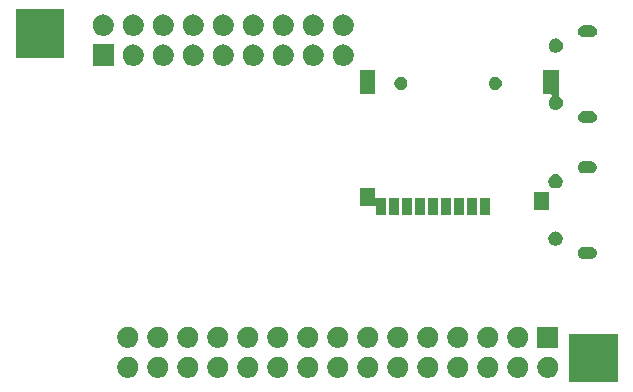
<source format=gbr>
G04 #@! TF.GenerationSoftware,KiCad,Pcbnew,(5.1.5)-3*
G04 #@! TF.CreationDate,2020-02-11T21:27:28+08:00*
G04 #@! TF.ProjectId,F1C200S_KIT,46314332-3030-4535-9f4b-49542e6b6963,V1.0*
G04 #@! TF.SameCoordinates,Original*
G04 #@! TF.FileFunction,Soldermask,Bot*
G04 #@! TF.FilePolarity,Negative*
%FSLAX46Y46*%
G04 Gerber Fmt 4.6, Leading zero omitted, Abs format (unit mm)*
G04 Created by KiCad (PCBNEW (5.1.5)-3) date 2020-02-11 21:27:28*
%MOMM*%
%LPD*%
G04 APERTURE LIST*
%ADD10C,0.100000*%
G04 APERTURE END LIST*
D10*
G36*
X191509600Y-132073600D02*
G01*
X187407600Y-132073600D01*
X187407600Y-127971600D01*
X191509600Y-127971600D01*
X191509600Y-132073600D01*
G37*
G36*
X162828512Y-129918927D02*
G01*
X162977812Y-129948624D01*
X163141784Y-130016544D01*
X163289354Y-130115147D01*
X163414853Y-130240646D01*
X163513456Y-130388216D01*
X163581376Y-130552188D01*
X163616000Y-130726259D01*
X163616000Y-130903741D01*
X163581376Y-131077812D01*
X163513456Y-131241784D01*
X163414853Y-131389354D01*
X163289354Y-131514853D01*
X163141784Y-131613456D01*
X162977812Y-131681376D01*
X162828512Y-131711073D01*
X162803742Y-131716000D01*
X162626258Y-131716000D01*
X162601488Y-131711073D01*
X162452188Y-131681376D01*
X162288216Y-131613456D01*
X162140646Y-131514853D01*
X162015147Y-131389354D01*
X161916544Y-131241784D01*
X161848624Y-131077812D01*
X161814000Y-130903741D01*
X161814000Y-130726259D01*
X161848624Y-130552188D01*
X161916544Y-130388216D01*
X162015147Y-130240646D01*
X162140646Y-130115147D01*
X162288216Y-130016544D01*
X162452188Y-129948624D01*
X162601488Y-129918927D01*
X162626258Y-129914000D01*
X162803742Y-129914000D01*
X162828512Y-129918927D01*
G37*
G36*
X170448512Y-129918927D02*
G01*
X170597812Y-129948624D01*
X170761784Y-130016544D01*
X170909354Y-130115147D01*
X171034853Y-130240646D01*
X171133456Y-130388216D01*
X171201376Y-130552188D01*
X171236000Y-130726259D01*
X171236000Y-130903741D01*
X171201376Y-131077812D01*
X171133456Y-131241784D01*
X171034853Y-131389354D01*
X170909354Y-131514853D01*
X170761784Y-131613456D01*
X170597812Y-131681376D01*
X170448512Y-131711073D01*
X170423742Y-131716000D01*
X170246258Y-131716000D01*
X170221488Y-131711073D01*
X170072188Y-131681376D01*
X169908216Y-131613456D01*
X169760646Y-131514853D01*
X169635147Y-131389354D01*
X169536544Y-131241784D01*
X169468624Y-131077812D01*
X169434000Y-130903741D01*
X169434000Y-130726259D01*
X169468624Y-130552188D01*
X169536544Y-130388216D01*
X169635147Y-130240646D01*
X169760646Y-130115147D01*
X169908216Y-130016544D01*
X170072188Y-129948624D01*
X170221488Y-129918927D01*
X170246258Y-129914000D01*
X170423742Y-129914000D01*
X170448512Y-129918927D01*
G37*
G36*
X150128512Y-129918927D02*
G01*
X150277812Y-129948624D01*
X150441784Y-130016544D01*
X150589354Y-130115147D01*
X150714853Y-130240646D01*
X150813456Y-130388216D01*
X150881376Y-130552188D01*
X150916000Y-130726259D01*
X150916000Y-130903741D01*
X150881376Y-131077812D01*
X150813456Y-131241784D01*
X150714853Y-131389354D01*
X150589354Y-131514853D01*
X150441784Y-131613456D01*
X150277812Y-131681376D01*
X150128512Y-131711073D01*
X150103742Y-131716000D01*
X149926258Y-131716000D01*
X149901488Y-131711073D01*
X149752188Y-131681376D01*
X149588216Y-131613456D01*
X149440646Y-131514853D01*
X149315147Y-131389354D01*
X149216544Y-131241784D01*
X149148624Y-131077812D01*
X149114000Y-130903741D01*
X149114000Y-130726259D01*
X149148624Y-130552188D01*
X149216544Y-130388216D01*
X149315147Y-130240646D01*
X149440646Y-130115147D01*
X149588216Y-130016544D01*
X149752188Y-129948624D01*
X149901488Y-129918927D01*
X149926258Y-129914000D01*
X150103742Y-129914000D01*
X150128512Y-129918927D01*
G37*
G36*
X152668512Y-129918927D02*
G01*
X152817812Y-129948624D01*
X152981784Y-130016544D01*
X153129354Y-130115147D01*
X153254853Y-130240646D01*
X153353456Y-130388216D01*
X153421376Y-130552188D01*
X153456000Y-130726259D01*
X153456000Y-130903741D01*
X153421376Y-131077812D01*
X153353456Y-131241784D01*
X153254853Y-131389354D01*
X153129354Y-131514853D01*
X152981784Y-131613456D01*
X152817812Y-131681376D01*
X152668512Y-131711073D01*
X152643742Y-131716000D01*
X152466258Y-131716000D01*
X152441488Y-131711073D01*
X152292188Y-131681376D01*
X152128216Y-131613456D01*
X151980646Y-131514853D01*
X151855147Y-131389354D01*
X151756544Y-131241784D01*
X151688624Y-131077812D01*
X151654000Y-130903741D01*
X151654000Y-130726259D01*
X151688624Y-130552188D01*
X151756544Y-130388216D01*
X151855147Y-130240646D01*
X151980646Y-130115147D01*
X152128216Y-130016544D01*
X152292188Y-129948624D01*
X152441488Y-129918927D01*
X152466258Y-129914000D01*
X152643742Y-129914000D01*
X152668512Y-129918927D01*
G37*
G36*
X155208512Y-129918927D02*
G01*
X155357812Y-129948624D01*
X155521784Y-130016544D01*
X155669354Y-130115147D01*
X155794853Y-130240646D01*
X155893456Y-130388216D01*
X155961376Y-130552188D01*
X155996000Y-130726259D01*
X155996000Y-130903741D01*
X155961376Y-131077812D01*
X155893456Y-131241784D01*
X155794853Y-131389354D01*
X155669354Y-131514853D01*
X155521784Y-131613456D01*
X155357812Y-131681376D01*
X155208512Y-131711073D01*
X155183742Y-131716000D01*
X155006258Y-131716000D01*
X154981488Y-131711073D01*
X154832188Y-131681376D01*
X154668216Y-131613456D01*
X154520646Y-131514853D01*
X154395147Y-131389354D01*
X154296544Y-131241784D01*
X154228624Y-131077812D01*
X154194000Y-130903741D01*
X154194000Y-130726259D01*
X154228624Y-130552188D01*
X154296544Y-130388216D01*
X154395147Y-130240646D01*
X154520646Y-130115147D01*
X154668216Y-130016544D01*
X154832188Y-129948624D01*
X154981488Y-129918927D01*
X155006258Y-129914000D01*
X155183742Y-129914000D01*
X155208512Y-129918927D01*
G37*
G36*
X157748512Y-129918927D02*
G01*
X157897812Y-129948624D01*
X158061784Y-130016544D01*
X158209354Y-130115147D01*
X158334853Y-130240646D01*
X158433456Y-130388216D01*
X158501376Y-130552188D01*
X158536000Y-130726259D01*
X158536000Y-130903741D01*
X158501376Y-131077812D01*
X158433456Y-131241784D01*
X158334853Y-131389354D01*
X158209354Y-131514853D01*
X158061784Y-131613456D01*
X157897812Y-131681376D01*
X157748512Y-131711073D01*
X157723742Y-131716000D01*
X157546258Y-131716000D01*
X157521488Y-131711073D01*
X157372188Y-131681376D01*
X157208216Y-131613456D01*
X157060646Y-131514853D01*
X156935147Y-131389354D01*
X156836544Y-131241784D01*
X156768624Y-131077812D01*
X156734000Y-130903741D01*
X156734000Y-130726259D01*
X156768624Y-130552188D01*
X156836544Y-130388216D01*
X156935147Y-130240646D01*
X157060646Y-130115147D01*
X157208216Y-130016544D01*
X157372188Y-129948624D01*
X157521488Y-129918927D01*
X157546258Y-129914000D01*
X157723742Y-129914000D01*
X157748512Y-129918927D01*
G37*
G36*
X160288512Y-129918927D02*
G01*
X160437812Y-129948624D01*
X160601784Y-130016544D01*
X160749354Y-130115147D01*
X160874853Y-130240646D01*
X160973456Y-130388216D01*
X161041376Y-130552188D01*
X161076000Y-130726259D01*
X161076000Y-130903741D01*
X161041376Y-131077812D01*
X160973456Y-131241784D01*
X160874853Y-131389354D01*
X160749354Y-131514853D01*
X160601784Y-131613456D01*
X160437812Y-131681376D01*
X160288512Y-131711073D01*
X160263742Y-131716000D01*
X160086258Y-131716000D01*
X160061488Y-131711073D01*
X159912188Y-131681376D01*
X159748216Y-131613456D01*
X159600646Y-131514853D01*
X159475147Y-131389354D01*
X159376544Y-131241784D01*
X159308624Y-131077812D01*
X159274000Y-130903741D01*
X159274000Y-130726259D01*
X159308624Y-130552188D01*
X159376544Y-130388216D01*
X159475147Y-130240646D01*
X159600646Y-130115147D01*
X159748216Y-130016544D01*
X159912188Y-129948624D01*
X160061488Y-129918927D01*
X160086258Y-129914000D01*
X160263742Y-129914000D01*
X160288512Y-129918927D01*
G37*
G36*
X165368512Y-129918927D02*
G01*
X165517812Y-129948624D01*
X165681784Y-130016544D01*
X165829354Y-130115147D01*
X165954853Y-130240646D01*
X166053456Y-130388216D01*
X166121376Y-130552188D01*
X166156000Y-130726259D01*
X166156000Y-130903741D01*
X166121376Y-131077812D01*
X166053456Y-131241784D01*
X165954853Y-131389354D01*
X165829354Y-131514853D01*
X165681784Y-131613456D01*
X165517812Y-131681376D01*
X165368512Y-131711073D01*
X165343742Y-131716000D01*
X165166258Y-131716000D01*
X165141488Y-131711073D01*
X164992188Y-131681376D01*
X164828216Y-131613456D01*
X164680646Y-131514853D01*
X164555147Y-131389354D01*
X164456544Y-131241784D01*
X164388624Y-131077812D01*
X164354000Y-130903741D01*
X164354000Y-130726259D01*
X164388624Y-130552188D01*
X164456544Y-130388216D01*
X164555147Y-130240646D01*
X164680646Y-130115147D01*
X164828216Y-130016544D01*
X164992188Y-129948624D01*
X165141488Y-129918927D01*
X165166258Y-129914000D01*
X165343742Y-129914000D01*
X165368512Y-129918927D01*
G37*
G36*
X167908512Y-129918927D02*
G01*
X168057812Y-129948624D01*
X168221784Y-130016544D01*
X168369354Y-130115147D01*
X168494853Y-130240646D01*
X168593456Y-130388216D01*
X168661376Y-130552188D01*
X168696000Y-130726259D01*
X168696000Y-130903741D01*
X168661376Y-131077812D01*
X168593456Y-131241784D01*
X168494853Y-131389354D01*
X168369354Y-131514853D01*
X168221784Y-131613456D01*
X168057812Y-131681376D01*
X167908512Y-131711073D01*
X167883742Y-131716000D01*
X167706258Y-131716000D01*
X167681488Y-131711073D01*
X167532188Y-131681376D01*
X167368216Y-131613456D01*
X167220646Y-131514853D01*
X167095147Y-131389354D01*
X166996544Y-131241784D01*
X166928624Y-131077812D01*
X166894000Y-130903741D01*
X166894000Y-130726259D01*
X166928624Y-130552188D01*
X166996544Y-130388216D01*
X167095147Y-130240646D01*
X167220646Y-130115147D01*
X167368216Y-130016544D01*
X167532188Y-129948624D01*
X167681488Y-129918927D01*
X167706258Y-129914000D01*
X167883742Y-129914000D01*
X167908512Y-129918927D01*
G37*
G36*
X185688512Y-129918927D02*
G01*
X185837812Y-129948624D01*
X186001784Y-130016544D01*
X186149354Y-130115147D01*
X186274853Y-130240646D01*
X186373456Y-130388216D01*
X186441376Y-130552188D01*
X186476000Y-130726259D01*
X186476000Y-130903741D01*
X186441376Y-131077812D01*
X186373456Y-131241784D01*
X186274853Y-131389354D01*
X186149354Y-131514853D01*
X186001784Y-131613456D01*
X185837812Y-131681376D01*
X185688512Y-131711073D01*
X185663742Y-131716000D01*
X185486258Y-131716000D01*
X185461488Y-131711073D01*
X185312188Y-131681376D01*
X185148216Y-131613456D01*
X185000646Y-131514853D01*
X184875147Y-131389354D01*
X184776544Y-131241784D01*
X184708624Y-131077812D01*
X184674000Y-130903741D01*
X184674000Y-130726259D01*
X184708624Y-130552188D01*
X184776544Y-130388216D01*
X184875147Y-130240646D01*
X185000646Y-130115147D01*
X185148216Y-130016544D01*
X185312188Y-129948624D01*
X185461488Y-129918927D01*
X185486258Y-129914000D01*
X185663742Y-129914000D01*
X185688512Y-129918927D01*
G37*
G36*
X183148512Y-129918927D02*
G01*
X183297812Y-129948624D01*
X183461784Y-130016544D01*
X183609354Y-130115147D01*
X183734853Y-130240646D01*
X183833456Y-130388216D01*
X183901376Y-130552188D01*
X183936000Y-130726259D01*
X183936000Y-130903741D01*
X183901376Y-131077812D01*
X183833456Y-131241784D01*
X183734853Y-131389354D01*
X183609354Y-131514853D01*
X183461784Y-131613456D01*
X183297812Y-131681376D01*
X183148512Y-131711073D01*
X183123742Y-131716000D01*
X182946258Y-131716000D01*
X182921488Y-131711073D01*
X182772188Y-131681376D01*
X182608216Y-131613456D01*
X182460646Y-131514853D01*
X182335147Y-131389354D01*
X182236544Y-131241784D01*
X182168624Y-131077812D01*
X182134000Y-130903741D01*
X182134000Y-130726259D01*
X182168624Y-130552188D01*
X182236544Y-130388216D01*
X182335147Y-130240646D01*
X182460646Y-130115147D01*
X182608216Y-130016544D01*
X182772188Y-129948624D01*
X182921488Y-129918927D01*
X182946258Y-129914000D01*
X183123742Y-129914000D01*
X183148512Y-129918927D01*
G37*
G36*
X180608512Y-129918927D02*
G01*
X180757812Y-129948624D01*
X180921784Y-130016544D01*
X181069354Y-130115147D01*
X181194853Y-130240646D01*
X181293456Y-130388216D01*
X181361376Y-130552188D01*
X181396000Y-130726259D01*
X181396000Y-130903741D01*
X181361376Y-131077812D01*
X181293456Y-131241784D01*
X181194853Y-131389354D01*
X181069354Y-131514853D01*
X180921784Y-131613456D01*
X180757812Y-131681376D01*
X180608512Y-131711073D01*
X180583742Y-131716000D01*
X180406258Y-131716000D01*
X180381488Y-131711073D01*
X180232188Y-131681376D01*
X180068216Y-131613456D01*
X179920646Y-131514853D01*
X179795147Y-131389354D01*
X179696544Y-131241784D01*
X179628624Y-131077812D01*
X179594000Y-130903741D01*
X179594000Y-130726259D01*
X179628624Y-130552188D01*
X179696544Y-130388216D01*
X179795147Y-130240646D01*
X179920646Y-130115147D01*
X180068216Y-130016544D01*
X180232188Y-129948624D01*
X180381488Y-129918927D01*
X180406258Y-129914000D01*
X180583742Y-129914000D01*
X180608512Y-129918927D01*
G37*
G36*
X178068512Y-129918927D02*
G01*
X178217812Y-129948624D01*
X178381784Y-130016544D01*
X178529354Y-130115147D01*
X178654853Y-130240646D01*
X178753456Y-130388216D01*
X178821376Y-130552188D01*
X178856000Y-130726259D01*
X178856000Y-130903741D01*
X178821376Y-131077812D01*
X178753456Y-131241784D01*
X178654853Y-131389354D01*
X178529354Y-131514853D01*
X178381784Y-131613456D01*
X178217812Y-131681376D01*
X178068512Y-131711073D01*
X178043742Y-131716000D01*
X177866258Y-131716000D01*
X177841488Y-131711073D01*
X177692188Y-131681376D01*
X177528216Y-131613456D01*
X177380646Y-131514853D01*
X177255147Y-131389354D01*
X177156544Y-131241784D01*
X177088624Y-131077812D01*
X177054000Y-130903741D01*
X177054000Y-130726259D01*
X177088624Y-130552188D01*
X177156544Y-130388216D01*
X177255147Y-130240646D01*
X177380646Y-130115147D01*
X177528216Y-130016544D01*
X177692188Y-129948624D01*
X177841488Y-129918927D01*
X177866258Y-129914000D01*
X178043742Y-129914000D01*
X178068512Y-129918927D01*
G37*
G36*
X175528512Y-129918927D02*
G01*
X175677812Y-129948624D01*
X175841784Y-130016544D01*
X175989354Y-130115147D01*
X176114853Y-130240646D01*
X176213456Y-130388216D01*
X176281376Y-130552188D01*
X176316000Y-130726259D01*
X176316000Y-130903741D01*
X176281376Y-131077812D01*
X176213456Y-131241784D01*
X176114853Y-131389354D01*
X175989354Y-131514853D01*
X175841784Y-131613456D01*
X175677812Y-131681376D01*
X175528512Y-131711073D01*
X175503742Y-131716000D01*
X175326258Y-131716000D01*
X175301488Y-131711073D01*
X175152188Y-131681376D01*
X174988216Y-131613456D01*
X174840646Y-131514853D01*
X174715147Y-131389354D01*
X174616544Y-131241784D01*
X174548624Y-131077812D01*
X174514000Y-130903741D01*
X174514000Y-130726259D01*
X174548624Y-130552188D01*
X174616544Y-130388216D01*
X174715147Y-130240646D01*
X174840646Y-130115147D01*
X174988216Y-130016544D01*
X175152188Y-129948624D01*
X175301488Y-129918927D01*
X175326258Y-129914000D01*
X175503742Y-129914000D01*
X175528512Y-129918927D01*
G37*
G36*
X172988512Y-129918927D02*
G01*
X173137812Y-129948624D01*
X173301784Y-130016544D01*
X173449354Y-130115147D01*
X173574853Y-130240646D01*
X173673456Y-130388216D01*
X173741376Y-130552188D01*
X173776000Y-130726259D01*
X173776000Y-130903741D01*
X173741376Y-131077812D01*
X173673456Y-131241784D01*
X173574853Y-131389354D01*
X173449354Y-131514853D01*
X173301784Y-131613456D01*
X173137812Y-131681376D01*
X172988512Y-131711073D01*
X172963742Y-131716000D01*
X172786258Y-131716000D01*
X172761488Y-131711073D01*
X172612188Y-131681376D01*
X172448216Y-131613456D01*
X172300646Y-131514853D01*
X172175147Y-131389354D01*
X172076544Y-131241784D01*
X172008624Y-131077812D01*
X171974000Y-130903741D01*
X171974000Y-130726259D01*
X172008624Y-130552188D01*
X172076544Y-130388216D01*
X172175147Y-130240646D01*
X172300646Y-130115147D01*
X172448216Y-130016544D01*
X172612188Y-129948624D01*
X172761488Y-129918927D01*
X172786258Y-129914000D01*
X172963742Y-129914000D01*
X172988512Y-129918927D01*
G37*
G36*
X170448512Y-127378927D02*
G01*
X170597812Y-127408624D01*
X170761784Y-127476544D01*
X170909354Y-127575147D01*
X171034853Y-127700646D01*
X171133456Y-127848216D01*
X171201376Y-128012188D01*
X171236000Y-128186259D01*
X171236000Y-128363741D01*
X171201376Y-128537812D01*
X171133456Y-128701784D01*
X171034853Y-128849354D01*
X170909354Y-128974853D01*
X170761784Y-129073456D01*
X170597812Y-129141376D01*
X170448512Y-129171073D01*
X170423742Y-129176000D01*
X170246258Y-129176000D01*
X170221488Y-129171073D01*
X170072188Y-129141376D01*
X169908216Y-129073456D01*
X169760646Y-128974853D01*
X169635147Y-128849354D01*
X169536544Y-128701784D01*
X169468624Y-128537812D01*
X169434000Y-128363741D01*
X169434000Y-128186259D01*
X169468624Y-128012188D01*
X169536544Y-127848216D01*
X169635147Y-127700646D01*
X169760646Y-127575147D01*
X169908216Y-127476544D01*
X170072188Y-127408624D01*
X170221488Y-127378927D01*
X170246258Y-127374000D01*
X170423742Y-127374000D01*
X170448512Y-127378927D01*
G37*
G36*
X186476000Y-129176000D02*
G01*
X184674000Y-129176000D01*
X184674000Y-127374000D01*
X186476000Y-127374000D01*
X186476000Y-129176000D01*
G37*
G36*
X165368512Y-127378927D02*
G01*
X165517812Y-127408624D01*
X165681784Y-127476544D01*
X165829354Y-127575147D01*
X165954853Y-127700646D01*
X166053456Y-127848216D01*
X166121376Y-128012188D01*
X166156000Y-128186259D01*
X166156000Y-128363741D01*
X166121376Y-128537812D01*
X166053456Y-128701784D01*
X165954853Y-128849354D01*
X165829354Y-128974853D01*
X165681784Y-129073456D01*
X165517812Y-129141376D01*
X165368512Y-129171073D01*
X165343742Y-129176000D01*
X165166258Y-129176000D01*
X165141488Y-129171073D01*
X164992188Y-129141376D01*
X164828216Y-129073456D01*
X164680646Y-128974853D01*
X164555147Y-128849354D01*
X164456544Y-128701784D01*
X164388624Y-128537812D01*
X164354000Y-128363741D01*
X164354000Y-128186259D01*
X164388624Y-128012188D01*
X164456544Y-127848216D01*
X164555147Y-127700646D01*
X164680646Y-127575147D01*
X164828216Y-127476544D01*
X164992188Y-127408624D01*
X165141488Y-127378927D01*
X165166258Y-127374000D01*
X165343742Y-127374000D01*
X165368512Y-127378927D01*
G37*
G36*
X180608512Y-127378927D02*
G01*
X180757812Y-127408624D01*
X180921784Y-127476544D01*
X181069354Y-127575147D01*
X181194853Y-127700646D01*
X181293456Y-127848216D01*
X181361376Y-128012188D01*
X181396000Y-128186259D01*
X181396000Y-128363741D01*
X181361376Y-128537812D01*
X181293456Y-128701784D01*
X181194853Y-128849354D01*
X181069354Y-128974853D01*
X180921784Y-129073456D01*
X180757812Y-129141376D01*
X180608512Y-129171073D01*
X180583742Y-129176000D01*
X180406258Y-129176000D01*
X180381488Y-129171073D01*
X180232188Y-129141376D01*
X180068216Y-129073456D01*
X179920646Y-128974853D01*
X179795147Y-128849354D01*
X179696544Y-128701784D01*
X179628624Y-128537812D01*
X179594000Y-128363741D01*
X179594000Y-128186259D01*
X179628624Y-128012188D01*
X179696544Y-127848216D01*
X179795147Y-127700646D01*
X179920646Y-127575147D01*
X180068216Y-127476544D01*
X180232188Y-127408624D01*
X180381488Y-127378927D01*
X180406258Y-127374000D01*
X180583742Y-127374000D01*
X180608512Y-127378927D01*
G37*
G36*
X162828512Y-127378927D02*
G01*
X162977812Y-127408624D01*
X163141784Y-127476544D01*
X163289354Y-127575147D01*
X163414853Y-127700646D01*
X163513456Y-127848216D01*
X163581376Y-128012188D01*
X163616000Y-128186259D01*
X163616000Y-128363741D01*
X163581376Y-128537812D01*
X163513456Y-128701784D01*
X163414853Y-128849354D01*
X163289354Y-128974853D01*
X163141784Y-129073456D01*
X162977812Y-129141376D01*
X162828512Y-129171073D01*
X162803742Y-129176000D01*
X162626258Y-129176000D01*
X162601488Y-129171073D01*
X162452188Y-129141376D01*
X162288216Y-129073456D01*
X162140646Y-128974853D01*
X162015147Y-128849354D01*
X161916544Y-128701784D01*
X161848624Y-128537812D01*
X161814000Y-128363741D01*
X161814000Y-128186259D01*
X161848624Y-128012188D01*
X161916544Y-127848216D01*
X162015147Y-127700646D01*
X162140646Y-127575147D01*
X162288216Y-127476544D01*
X162452188Y-127408624D01*
X162601488Y-127378927D01*
X162626258Y-127374000D01*
X162803742Y-127374000D01*
X162828512Y-127378927D01*
G37*
G36*
X160288512Y-127378927D02*
G01*
X160437812Y-127408624D01*
X160601784Y-127476544D01*
X160749354Y-127575147D01*
X160874853Y-127700646D01*
X160973456Y-127848216D01*
X161041376Y-128012188D01*
X161076000Y-128186259D01*
X161076000Y-128363741D01*
X161041376Y-128537812D01*
X160973456Y-128701784D01*
X160874853Y-128849354D01*
X160749354Y-128974853D01*
X160601784Y-129073456D01*
X160437812Y-129141376D01*
X160288512Y-129171073D01*
X160263742Y-129176000D01*
X160086258Y-129176000D01*
X160061488Y-129171073D01*
X159912188Y-129141376D01*
X159748216Y-129073456D01*
X159600646Y-128974853D01*
X159475147Y-128849354D01*
X159376544Y-128701784D01*
X159308624Y-128537812D01*
X159274000Y-128363741D01*
X159274000Y-128186259D01*
X159308624Y-128012188D01*
X159376544Y-127848216D01*
X159475147Y-127700646D01*
X159600646Y-127575147D01*
X159748216Y-127476544D01*
X159912188Y-127408624D01*
X160061488Y-127378927D01*
X160086258Y-127374000D01*
X160263742Y-127374000D01*
X160288512Y-127378927D01*
G37*
G36*
X178068512Y-127378927D02*
G01*
X178217812Y-127408624D01*
X178381784Y-127476544D01*
X178529354Y-127575147D01*
X178654853Y-127700646D01*
X178753456Y-127848216D01*
X178821376Y-128012188D01*
X178856000Y-128186259D01*
X178856000Y-128363741D01*
X178821376Y-128537812D01*
X178753456Y-128701784D01*
X178654853Y-128849354D01*
X178529354Y-128974853D01*
X178381784Y-129073456D01*
X178217812Y-129141376D01*
X178068512Y-129171073D01*
X178043742Y-129176000D01*
X177866258Y-129176000D01*
X177841488Y-129171073D01*
X177692188Y-129141376D01*
X177528216Y-129073456D01*
X177380646Y-128974853D01*
X177255147Y-128849354D01*
X177156544Y-128701784D01*
X177088624Y-128537812D01*
X177054000Y-128363741D01*
X177054000Y-128186259D01*
X177088624Y-128012188D01*
X177156544Y-127848216D01*
X177255147Y-127700646D01*
X177380646Y-127575147D01*
X177528216Y-127476544D01*
X177692188Y-127408624D01*
X177841488Y-127378927D01*
X177866258Y-127374000D01*
X178043742Y-127374000D01*
X178068512Y-127378927D01*
G37*
G36*
X183148512Y-127378927D02*
G01*
X183297812Y-127408624D01*
X183461784Y-127476544D01*
X183609354Y-127575147D01*
X183734853Y-127700646D01*
X183833456Y-127848216D01*
X183901376Y-128012188D01*
X183936000Y-128186259D01*
X183936000Y-128363741D01*
X183901376Y-128537812D01*
X183833456Y-128701784D01*
X183734853Y-128849354D01*
X183609354Y-128974853D01*
X183461784Y-129073456D01*
X183297812Y-129141376D01*
X183148512Y-129171073D01*
X183123742Y-129176000D01*
X182946258Y-129176000D01*
X182921488Y-129171073D01*
X182772188Y-129141376D01*
X182608216Y-129073456D01*
X182460646Y-128974853D01*
X182335147Y-128849354D01*
X182236544Y-128701784D01*
X182168624Y-128537812D01*
X182134000Y-128363741D01*
X182134000Y-128186259D01*
X182168624Y-128012188D01*
X182236544Y-127848216D01*
X182335147Y-127700646D01*
X182460646Y-127575147D01*
X182608216Y-127476544D01*
X182772188Y-127408624D01*
X182921488Y-127378927D01*
X182946258Y-127374000D01*
X183123742Y-127374000D01*
X183148512Y-127378927D01*
G37*
G36*
X175528512Y-127378927D02*
G01*
X175677812Y-127408624D01*
X175841784Y-127476544D01*
X175989354Y-127575147D01*
X176114853Y-127700646D01*
X176213456Y-127848216D01*
X176281376Y-128012188D01*
X176316000Y-128186259D01*
X176316000Y-128363741D01*
X176281376Y-128537812D01*
X176213456Y-128701784D01*
X176114853Y-128849354D01*
X175989354Y-128974853D01*
X175841784Y-129073456D01*
X175677812Y-129141376D01*
X175528512Y-129171073D01*
X175503742Y-129176000D01*
X175326258Y-129176000D01*
X175301488Y-129171073D01*
X175152188Y-129141376D01*
X174988216Y-129073456D01*
X174840646Y-128974853D01*
X174715147Y-128849354D01*
X174616544Y-128701784D01*
X174548624Y-128537812D01*
X174514000Y-128363741D01*
X174514000Y-128186259D01*
X174548624Y-128012188D01*
X174616544Y-127848216D01*
X174715147Y-127700646D01*
X174840646Y-127575147D01*
X174988216Y-127476544D01*
X175152188Y-127408624D01*
X175301488Y-127378927D01*
X175326258Y-127374000D01*
X175503742Y-127374000D01*
X175528512Y-127378927D01*
G37*
G36*
X155208512Y-127378927D02*
G01*
X155357812Y-127408624D01*
X155521784Y-127476544D01*
X155669354Y-127575147D01*
X155794853Y-127700646D01*
X155893456Y-127848216D01*
X155961376Y-128012188D01*
X155996000Y-128186259D01*
X155996000Y-128363741D01*
X155961376Y-128537812D01*
X155893456Y-128701784D01*
X155794853Y-128849354D01*
X155669354Y-128974853D01*
X155521784Y-129073456D01*
X155357812Y-129141376D01*
X155208512Y-129171073D01*
X155183742Y-129176000D01*
X155006258Y-129176000D01*
X154981488Y-129171073D01*
X154832188Y-129141376D01*
X154668216Y-129073456D01*
X154520646Y-128974853D01*
X154395147Y-128849354D01*
X154296544Y-128701784D01*
X154228624Y-128537812D01*
X154194000Y-128363741D01*
X154194000Y-128186259D01*
X154228624Y-128012188D01*
X154296544Y-127848216D01*
X154395147Y-127700646D01*
X154520646Y-127575147D01*
X154668216Y-127476544D01*
X154832188Y-127408624D01*
X154981488Y-127378927D01*
X155006258Y-127374000D01*
X155183742Y-127374000D01*
X155208512Y-127378927D01*
G37*
G36*
X172988512Y-127378927D02*
G01*
X173137812Y-127408624D01*
X173301784Y-127476544D01*
X173449354Y-127575147D01*
X173574853Y-127700646D01*
X173673456Y-127848216D01*
X173741376Y-128012188D01*
X173776000Y-128186259D01*
X173776000Y-128363741D01*
X173741376Y-128537812D01*
X173673456Y-128701784D01*
X173574853Y-128849354D01*
X173449354Y-128974853D01*
X173301784Y-129073456D01*
X173137812Y-129141376D01*
X172988512Y-129171073D01*
X172963742Y-129176000D01*
X172786258Y-129176000D01*
X172761488Y-129171073D01*
X172612188Y-129141376D01*
X172448216Y-129073456D01*
X172300646Y-128974853D01*
X172175147Y-128849354D01*
X172076544Y-128701784D01*
X172008624Y-128537812D01*
X171974000Y-128363741D01*
X171974000Y-128186259D01*
X172008624Y-128012188D01*
X172076544Y-127848216D01*
X172175147Y-127700646D01*
X172300646Y-127575147D01*
X172448216Y-127476544D01*
X172612188Y-127408624D01*
X172761488Y-127378927D01*
X172786258Y-127374000D01*
X172963742Y-127374000D01*
X172988512Y-127378927D01*
G37*
G36*
X152668512Y-127378927D02*
G01*
X152817812Y-127408624D01*
X152981784Y-127476544D01*
X153129354Y-127575147D01*
X153254853Y-127700646D01*
X153353456Y-127848216D01*
X153421376Y-128012188D01*
X153456000Y-128186259D01*
X153456000Y-128363741D01*
X153421376Y-128537812D01*
X153353456Y-128701784D01*
X153254853Y-128849354D01*
X153129354Y-128974853D01*
X152981784Y-129073456D01*
X152817812Y-129141376D01*
X152668512Y-129171073D01*
X152643742Y-129176000D01*
X152466258Y-129176000D01*
X152441488Y-129171073D01*
X152292188Y-129141376D01*
X152128216Y-129073456D01*
X151980646Y-128974853D01*
X151855147Y-128849354D01*
X151756544Y-128701784D01*
X151688624Y-128537812D01*
X151654000Y-128363741D01*
X151654000Y-128186259D01*
X151688624Y-128012188D01*
X151756544Y-127848216D01*
X151855147Y-127700646D01*
X151980646Y-127575147D01*
X152128216Y-127476544D01*
X152292188Y-127408624D01*
X152441488Y-127378927D01*
X152466258Y-127374000D01*
X152643742Y-127374000D01*
X152668512Y-127378927D01*
G37*
G36*
X150128512Y-127378927D02*
G01*
X150277812Y-127408624D01*
X150441784Y-127476544D01*
X150589354Y-127575147D01*
X150714853Y-127700646D01*
X150813456Y-127848216D01*
X150881376Y-128012188D01*
X150916000Y-128186259D01*
X150916000Y-128363741D01*
X150881376Y-128537812D01*
X150813456Y-128701784D01*
X150714853Y-128849354D01*
X150589354Y-128974853D01*
X150441784Y-129073456D01*
X150277812Y-129141376D01*
X150128512Y-129171073D01*
X150103742Y-129176000D01*
X149926258Y-129176000D01*
X149901488Y-129171073D01*
X149752188Y-129141376D01*
X149588216Y-129073456D01*
X149440646Y-128974853D01*
X149315147Y-128849354D01*
X149216544Y-128701784D01*
X149148624Y-128537812D01*
X149114000Y-128363741D01*
X149114000Y-128186259D01*
X149148624Y-128012188D01*
X149216544Y-127848216D01*
X149315147Y-127700646D01*
X149440646Y-127575147D01*
X149588216Y-127476544D01*
X149752188Y-127408624D01*
X149901488Y-127378927D01*
X149926258Y-127374000D01*
X150103742Y-127374000D01*
X150128512Y-127378927D01*
G37*
G36*
X167908512Y-127378927D02*
G01*
X168057812Y-127408624D01*
X168221784Y-127476544D01*
X168369354Y-127575147D01*
X168494853Y-127700646D01*
X168593456Y-127848216D01*
X168661376Y-128012188D01*
X168696000Y-128186259D01*
X168696000Y-128363741D01*
X168661376Y-128537812D01*
X168593456Y-128701784D01*
X168494853Y-128849354D01*
X168369354Y-128974853D01*
X168221784Y-129073456D01*
X168057812Y-129141376D01*
X167908512Y-129171073D01*
X167883742Y-129176000D01*
X167706258Y-129176000D01*
X167681488Y-129171073D01*
X167532188Y-129141376D01*
X167368216Y-129073456D01*
X167220646Y-128974853D01*
X167095147Y-128849354D01*
X166996544Y-128701784D01*
X166928624Y-128537812D01*
X166894000Y-128363741D01*
X166894000Y-128186259D01*
X166928624Y-128012188D01*
X166996544Y-127848216D01*
X167095147Y-127700646D01*
X167220646Y-127575147D01*
X167368216Y-127476544D01*
X167532188Y-127408624D01*
X167681488Y-127378927D01*
X167706258Y-127374000D01*
X167883742Y-127374000D01*
X167908512Y-127378927D01*
G37*
G36*
X157748512Y-127378927D02*
G01*
X157897812Y-127408624D01*
X158061784Y-127476544D01*
X158209354Y-127575147D01*
X158334853Y-127700646D01*
X158433456Y-127848216D01*
X158501376Y-128012188D01*
X158536000Y-128186259D01*
X158536000Y-128363741D01*
X158501376Y-128537812D01*
X158433456Y-128701784D01*
X158334853Y-128849354D01*
X158209354Y-128974853D01*
X158061784Y-129073456D01*
X157897812Y-129141376D01*
X157748512Y-129171073D01*
X157723742Y-129176000D01*
X157546258Y-129176000D01*
X157521488Y-129171073D01*
X157372188Y-129141376D01*
X157208216Y-129073456D01*
X157060646Y-128974853D01*
X156935147Y-128849354D01*
X156836544Y-128701784D01*
X156768624Y-128537812D01*
X156734000Y-128363741D01*
X156734000Y-128186259D01*
X156768624Y-128012188D01*
X156836544Y-127848216D01*
X156935147Y-127700646D01*
X157060646Y-127575147D01*
X157208216Y-127476544D01*
X157372188Y-127408624D01*
X157521488Y-127378927D01*
X157546258Y-127374000D01*
X157723742Y-127374000D01*
X157748512Y-127378927D01*
G37*
G36*
X189304213Y-120631249D02*
G01*
X189398652Y-120659897D01*
X189485687Y-120706418D01*
X189561975Y-120769025D01*
X189624582Y-120845313D01*
X189671103Y-120932348D01*
X189699751Y-121026787D01*
X189709424Y-121125000D01*
X189699751Y-121223213D01*
X189671103Y-121317652D01*
X189624582Y-121404687D01*
X189561975Y-121480975D01*
X189485687Y-121543582D01*
X189398652Y-121590103D01*
X189304213Y-121618751D01*
X189230612Y-121626000D01*
X188581388Y-121626000D01*
X188507787Y-121618751D01*
X188413348Y-121590103D01*
X188326313Y-121543582D01*
X188250025Y-121480975D01*
X188187418Y-121404687D01*
X188140897Y-121317652D01*
X188112249Y-121223213D01*
X188102576Y-121125000D01*
X188112249Y-121026787D01*
X188140897Y-120932348D01*
X188187418Y-120845313D01*
X188250025Y-120769025D01*
X188326313Y-120706418D01*
X188413348Y-120659897D01*
X188507787Y-120631249D01*
X188581388Y-120624000D01*
X189230612Y-120624000D01*
X189304213Y-120631249D01*
G37*
G36*
X186362601Y-119339397D02*
G01*
X186401305Y-119347096D01*
X186433340Y-119360365D01*
X186510680Y-119392400D01*
X186609115Y-119458173D01*
X186692827Y-119541885D01*
X186758600Y-119640320D01*
X186803904Y-119749696D01*
X186827000Y-119865805D01*
X186827000Y-119984195D01*
X186803904Y-120100304D01*
X186758600Y-120209680D01*
X186692827Y-120308115D01*
X186609115Y-120391827D01*
X186510680Y-120457600D01*
X186433340Y-120489635D01*
X186401305Y-120502904D01*
X186362601Y-120510603D01*
X186285195Y-120526000D01*
X186166805Y-120526000D01*
X186089399Y-120510603D01*
X186050695Y-120502904D01*
X186018660Y-120489635D01*
X185941320Y-120457600D01*
X185842885Y-120391827D01*
X185759173Y-120308115D01*
X185693400Y-120209680D01*
X185648096Y-120100304D01*
X185625000Y-119984195D01*
X185625000Y-119865805D01*
X185648096Y-119749696D01*
X185693400Y-119640320D01*
X185759173Y-119541885D01*
X185842885Y-119458173D01*
X185941320Y-119392400D01*
X186018660Y-119360365D01*
X186050695Y-119347096D01*
X186089399Y-119339397D01*
X186166805Y-119324000D01*
X186285195Y-119324000D01*
X186362601Y-119339397D01*
G37*
G36*
X180656000Y-117926000D02*
G01*
X179854000Y-117926000D01*
X179854000Y-116524000D01*
X180656000Y-116524000D01*
X180656000Y-117926000D01*
G37*
G36*
X175156000Y-117926000D02*
G01*
X174354000Y-117926000D01*
X174354000Y-116524000D01*
X175156000Y-116524000D01*
X175156000Y-117926000D01*
G37*
G36*
X174056000Y-117926000D02*
G01*
X173254000Y-117926000D01*
X173254000Y-116524000D01*
X174056000Y-116524000D01*
X174056000Y-117926000D01*
G37*
G36*
X172956000Y-117926000D02*
G01*
X172154000Y-117926000D01*
X172154000Y-116524000D01*
X172956000Y-116524000D01*
X172956000Y-117926000D01*
G37*
G36*
X176256000Y-117926000D02*
G01*
X175454000Y-117926000D01*
X175454000Y-116524000D01*
X176256000Y-116524000D01*
X176256000Y-117926000D01*
G37*
G36*
X170966000Y-116399001D02*
G01*
X170968402Y-116423387D01*
X170975515Y-116446836D01*
X170987066Y-116468447D01*
X171002611Y-116487389D01*
X171021553Y-116502934D01*
X171043164Y-116514485D01*
X171066613Y-116521598D01*
X171090999Y-116524000D01*
X171856000Y-116524000D01*
X171856000Y-117926000D01*
X171054000Y-117926000D01*
X171054000Y-117250999D01*
X171051598Y-117226613D01*
X171044485Y-117203164D01*
X171032934Y-117181553D01*
X171017389Y-117162611D01*
X170998447Y-117147066D01*
X170976836Y-117135515D01*
X170953387Y-117128402D01*
X170929001Y-117126000D01*
X169664000Y-117126000D01*
X169664000Y-115624000D01*
X170966000Y-115624000D01*
X170966000Y-116399001D01*
G37*
G36*
X177356000Y-117926000D02*
G01*
X176554000Y-117926000D01*
X176554000Y-116524000D01*
X177356000Y-116524000D01*
X177356000Y-117926000D01*
G37*
G36*
X178456000Y-117926000D02*
G01*
X177654000Y-117926000D01*
X177654000Y-116524000D01*
X178456000Y-116524000D01*
X178456000Y-117926000D01*
G37*
G36*
X179556000Y-117926000D02*
G01*
X178754000Y-117926000D01*
X178754000Y-116524000D01*
X179556000Y-116524000D01*
X179556000Y-117926000D01*
G37*
G36*
X185686000Y-117526000D02*
G01*
X184384000Y-117526000D01*
X184384000Y-116024000D01*
X185686000Y-116024000D01*
X185686000Y-117526000D01*
G37*
G36*
X186362601Y-114489397D02*
G01*
X186401305Y-114497096D01*
X186433340Y-114510365D01*
X186510680Y-114542400D01*
X186609115Y-114608173D01*
X186692827Y-114691885D01*
X186758600Y-114790320D01*
X186803904Y-114899696D01*
X186827000Y-115015805D01*
X186827000Y-115134195D01*
X186803904Y-115250304D01*
X186758600Y-115359680D01*
X186692827Y-115458115D01*
X186609115Y-115541827D01*
X186510680Y-115607600D01*
X186433340Y-115639635D01*
X186401305Y-115652904D01*
X186362601Y-115660603D01*
X186285195Y-115676000D01*
X186166805Y-115676000D01*
X186089399Y-115660603D01*
X186050695Y-115652904D01*
X186018660Y-115639635D01*
X185941320Y-115607600D01*
X185842885Y-115541827D01*
X185759173Y-115458115D01*
X185693400Y-115359680D01*
X185648096Y-115250304D01*
X185625000Y-115134195D01*
X185625000Y-115015805D01*
X185648096Y-114899696D01*
X185693400Y-114790320D01*
X185759173Y-114691885D01*
X185842885Y-114608173D01*
X185941320Y-114542400D01*
X186018660Y-114510365D01*
X186050695Y-114497096D01*
X186089399Y-114489397D01*
X186166805Y-114474000D01*
X186285195Y-114474000D01*
X186362601Y-114489397D01*
G37*
G36*
X189304213Y-113381249D02*
G01*
X189398652Y-113409897D01*
X189485687Y-113456418D01*
X189561975Y-113519025D01*
X189624582Y-113595313D01*
X189671103Y-113682348D01*
X189699751Y-113776787D01*
X189709424Y-113875000D01*
X189699751Y-113973213D01*
X189671103Y-114067652D01*
X189624582Y-114154687D01*
X189561975Y-114230975D01*
X189485687Y-114293582D01*
X189398652Y-114340103D01*
X189304213Y-114368751D01*
X189230612Y-114376000D01*
X188581388Y-114376000D01*
X188507787Y-114368751D01*
X188413348Y-114340103D01*
X188326313Y-114293582D01*
X188250025Y-114230975D01*
X188187418Y-114154687D01*
X188140897Y-114067652D01*
X188112249Y-113973213D01*
X188102576Y-113875000D01*
X188112249Y-113776787D01*
X188140897Y-113682348D01*
X188187418Y-113595313D01*
X188250025Y-113519025D01*
X188326313Y-113456418D01*
X188413348Y-113409897D01*
X188507787Y-113381249D01*
X188581388Y-113374000D01*
X189230612Y-113374000D01*
X189304213Y-113381249D01*
G37*
G36*
X189329613Y-109131249D02*
G01*
X189424052Y-109159897D01*
X189511087Y-109206418D01*
X189587375Y-109269025D01*
X189649982Y-109345313D01*
X189696503Y-109432348D01*
X189725151Y-109526787D01*
X189734824Y-109625000D01*
X189725151Y-109723213D01*
X189696503Y-109817652D01*
X189649982Y-109904687D01*
X189587375Y-109980975D01*
X189511087Y-110043582D01*
X189424052Y-110090103D01*
X189329613Y-110118751D01*
X189256012Y-110126000D01*
X188606788Y-110126000D01*
X188533187Y-110118751D01*
X188438748Y-110090103D01*
X188351713Y-110043582D01*
X188275425Y-109980975D01*
X188212818Y-109904687D01*
X188166297Y-109817652D01*
X188137649Y-109723213D01*
X188127976Y-109625000D01*
X188137649Y-109526787D01*
X188166297Y-109432348D01*
X188212818Y-109345313D01*
X188275425Y-109269025D01*
X188351713Y-109206418D01*
X188438748Y-109159897D01*
X188533187Y-109131249D01*
X188606788Y-109124000D01*
X189256012Y-109124000D01*
X189329613Y-109131249D01*
G37*
G36*
X186486000Y-107792124D02*
G01*
X186488402Y-107816510D01*
X186495515Y-107839959D01*
X186507066Y-107861570D01*
X186522611Y-107880512D01*
X186541553Y-107896057D01*
X186634514Y-107958172D01*
X186718227Y-108041885D01*
X186784000Y-108140320D01*
X186829304Y-108249696D01*
X186852400Y-108365805D01*
X186852400Y-108484195D01*
X186829304Y-108600304D01*
X186784000Y-108709680D01*
X186718227Y-108808115D01*
X186634515Y-108891827D01*
X186536080Y-108957600D01*
X186458740Y-108989635D01*
X186426705Y-109002904D01*
X186388001Y-109010603D01*
X186310595Y-109026000D01*
X186192205Y-109026000D01*
X186114799Y-109010603D01*
X186076095Y-109002904D01*
X186044060Y-108989635D01*
X185966720Y-108957600D01*
X185868285Y-108891827D01*
X185784573Y-108808115D01*
X185718800Y-108709680D01*
X185673496Y-108600304D01*
X185650400Y-108484195D01*
X185650400Y-108365805D01*
X185673496Y-108249696D01*
X185718800Y-108140320D01*
X185784573Y-108041885D01*
X185868287Y-107958171D01*
X185873136Y-107954931D01*
X185892077Y-107939386D01*
X185907622Y-107920444D01*
X185919173Y-107898833D01*
X185926286Y-107875384D01*
X185928688Y-107850998D01*
X185926286Y-107826612D01*
X185919173Y-107803163D01*
X185907621Y-107781552D01*
X185892076Y-107762611D01*
X185873134Y-107747066D01*
X185851523Y-107735515D01*
X185828074Y-107728402D01*
X185803689Y-107726000D01*
X185184000Y-107726000D01*
X185184000Y-105624000D01*
X186486000Y-105624000D01*
X186486000Y-107792124D01*
G37*
G36*
X170966000Y-107726000D02*
G01*
X169664000Y-107726000D01*
X169664000Y-105624000D01*
X170966000Y-105624000D01*
X170966000Y-107726000D01*
G37*
G36*
X181285721Y-106245174D02*
G01*
X181385995Y-106286709D01*
X181385996Y-106286710D01*
X181476242Y-106347010D01*
X181552990Y-106423758D01*
X181552991Y-106423760D01*
X181613291Y-106514005D01*
X181654826Y-106614279D01*
X181676000Y-106720730D01*
X181676000Y-106829270D01*
X181654826Y-106935721D01*
X181613291Y-107035995D01*
X181613290Y-107035996D01*
X181552990Y-107126242D01*
X181476242Y-107202990D01*
X181430812Y-107233345D01*
X181385995Y-107263291D01*
X181285721Y-107304826D01*
X181179270Y-107326000D01*
X181070730Y-107326000D01*
X180964279Y-107304826D01*
X180864005Y-107263291D01*
X180819188Y-107233345D01*
X180773758Y-107202990D01*
X180697010Y-107126242D01*
X180636710Y-107035996D01*
X180636709Y-107035995D01*
X180595174Y-106935721D01*
X180574000Y-106829270D01*
X180574000Y-106720730D01*
X180595174Y-106614279D01*
X180636709Y-106514005D01*
X180697009Y-106423760D01*
X180697010Y-106423758D01*
X180773758Y-106347010D01*
X180864004Y-106286710D01*
X180864005Y-106286709D01*
X180964279Y-106245174D01*
X181070730Y-106224000D01*
X181179270Y-106224000D01*
X181285721Y-106245174D01*
G37*
G36*
X173285721Y-106245174D02*
G01*
X173385995Y-106286709D01*
X173385996Y-106286710D01*
X173476242Y-106347010D01*
X173552990Y-106423758D01*
X173552991Y-106423760D01*
X173613291Y-106514005D01*
X173654826Y-106614279D01*
X173676000Y-106720730D01*
X173676000Y-106829270D01*
X173654826Y-106935721D01*
X173613291Y-107035995D01*
X173613290Y-107035996D01*
X173552990Y-107126242D01*
X173476242Y-107202990D01*
X173430812Y-107233345D01*
X173385995Y-107263291D01*
X173285721Y-107304826D01*
X173179270Y-107326000D01*
X173070730Y-107326000D01*
X172964279Y-107304826D01*
X172864005Y-107263291D01*
X172819188Y-107233345D01*
X172773758Y-107202990D01*
X172697010Y-107126242D01*
X172636710Y-107035996D01*
X172636709Y-107035995D01*
X172595174Y-106935721D01*
X172574000Y-106829270D01*
X172574000Y-106720730D01*
X172595174Y-106614279D01*
X172636709Y-106514005D01*
X172697009Y-106423760D01*
X172697010Y-106423758D01*
X172773758Y-106347010D01*
X172864004Y-106286710D01*
X172864005Y-106286709D01*
X172964279Y-106245174D01*
X173070730Y-106224000D01*
X173179270Y-106224000D01*
X173285721Y-106245174D01*
G37*
G36*
X150583112Y-103497927D02*
G01*
X150732412Y-103527624D01*
X150896384Y-103595544D01*
X151043954Y-103694147D01*
X151169453Y-103819646D01*
X151268056Y-103967216D01*
X151335976Y-104131188D01*
X151370600Y-104305259D01*
X151370600Y-104482741D01*
X151335976Y-104656812D01*
X151268056Y-104820784D01*
X151169453Y-104968354D01*
X151043954Y-105093853D01*
X150896384Y-105192456D01*
X150732412Y-105260376D01*
X150583112Y-105290073D01*
X150558342Y-105295000D01*
X150380858Y-105295000D01*
X150356088Y-105290073D01*
X150206788Y-105260376D01*
X150042816Y-105192456D01*
X149895246Y-105093853D01*
X149769747Y-104968354D01*
X149671144Y-104820784D01*
X149603224Y-104656812D01*
X149568600Y-104482741D01*
X149568600Y-104305259D01*
X149603224Y-104131188D01*
X149671144Y-103967216D01*
X149769747Y-103819646D01*
X149895246Y-103694147D01*
X150042816Y-103595544D01*
X150206788Y-103527624D01*
X150356088Y-103497927D01*
X150380858Y-103493000D01*
X150558342Y-103493000D01*
X150583112Y-103497927D01*
G37*
G36*
X153123112Y-103497927D02*
G01*
X153272412Y-103527624D01*
X153436384Y-103595544D01*
X153583954Y-103694147D01*
X153709453Y-103819646D01*
X153808056Y-103967216D01*
X153875976Y-104131188D01*
X153910600Y-104305259D01*
X153910600Y-104482741D01*
X153875976Y-104656812D01*
X153808056Y-104820784D01*
X153709453Y-104968354D01*
X153583954Y-105093853D01*
X153436384Y-105192456D01*
X153272412Y-105260376D01*
X153123112Y-105290073D01*
X153098342Y-105295000D01*
X152920858Y-105295000D01*
X152896088Y-105290073D01*
X152746788Y-105260376D01*
X152582816Y-105192456D01*
X152435246Y-105093853D01*
X152309747Y-104968354D01*
X152211144Y-104820784D01*
X152143224Y-104656812D01*
X152108600Y-104482741D01*
X152108600Y-104305259D01*
X152143224Y-104131188D01*
X152211144Y-103967216D01*
X152309747Y-103819646D01*
X152435246Y-103694147D01*
X152582816Y-103595544D01*
X152746788Y-103527624D01*
X152896088Y-103497927D01*
X152920858Y-103493000D01*
X153098342Y-103493000D01*
X153123112Y-103497927D01*
G37*
G36*
X155663112Y-103497927D02*
G01*
X155812412Y-103527624D01*
X155976384Y-103595544D01*
X156123954Y-103694147D01*
X156249453Y-103819646D01*
X156348056Y-103967216D01*
X156415976Y-104131188D01*
X156450600Y-104305259D01*
X156450600Y-104482741D01*
X156415976Y-104656812D01*
X156348056Y-104820784D01*
X156249453Y-104968354D01*
X156123954Y-105093853D01*
X155976384Y-105192456D01*
X155812412Y-105260376D01*
X155663112Y-105290073D01*
X155638342Y-105295000D01*
X155460858Y-105295000D01*
X155436088Y-105290073D01*
X155286788Y-105260376D01*
X155122816Y-105192456D01*
X154975246Y-105093853D01*
X154849747Y-104968354D01*
X154751144Y-104820784D01*
X154683224Y-104656812D01*
X154648600Y-104482741D01*
X154648600Y-104305259D01*
X154683224Y-104131188D01*
X154751144Y-103967216D01*
X154849747Y-103819646D01*
X154975246Y-103694147D01*
X155122816Y-103595544D01*
X155286788Y-103527624D01*
X155436088Y-103497927D01*
X155460858Y-103493000D01*
X155638342Y-103493000D01*
X155663112Y-103497927D01*
G37*
G36*
X158203112Y-103497927D02*
G01*
X158352412Y-103527624D01*
X158516384Y-103595544D01*
X158663954Y-103694147D01*
X158789453Y-103819646D01*
X158888056Y-103967216D01*
X158955976Y-104131188D01*
X158990600Y-104305259D01*
X158990600Y-104482741D01*
X158955976Y-104656812D01*
X158888056Y-104820784D01*
X158789453Y-104968354D01*
X158663954Y-105093853D01*
X158516384Y-105192456D01*
X158352412Y-105260376D01*
X158203112Y-105290073D01*
X158178342Y-105295000D01*
X158000858Y-105295000D01*
X157976088Y-105290073D01*
X157826788Y-105260376D01*
X157662816Y-105192456D01*
X157515246Y-105093853D01*
X157389747Y-104968354D01*
X157291144Y-104820784D01*
X157223224Y-104656812D01*
X157188600Y-104482741D01*
X157188600Y-104305259D01*
X157223224Y-104131188D01*
X157291144Y-103967216D01*
X157389747Y-103819646D01*
X157515246Y-103694147D01*
X157662816Y-103595544D01*
X157826788Y-103527624D01*
X157976088Y-103497927D01*
X158000858Y-103493000D01*
X158178342Y-103493000D01*
X158203112Y-103497927D01*
G37*
G36*
X160743112Y-103497927D02*
G01*
X160892412Y-103527624D01*
X161056384Y-103595544D01*
X161203954Y-103694147D01*
X161329453Y-103819646D01*
X161428056Y-103967216D01*
X161495976Y-104131188D01*
X161530600Y-104305259D01*
X161530600Y-104482741D01*
X161495976Y-104656812D01*
X161428056Y-104820784D01*
X161329453Y-104968354D01*
X161203954Y-105093853D01*
X161056384Y-105192456D01*
X160892412Y-105260376D01*
X160743112Y-105290073D01*
X160718342Y-105295000D01*
X160540858Y-105295000D01*
X160516088Y-105290073D01*
X160366788Y-105260376D01*
X160202816Y-105192456D01*
X160055246Y-105093853D01*
X159929747Y-104968354D01*
X159831144Y-104820784D01*
X159763224Y-104656812D01*
X159728600Y-104482741D01*
X159728600Y-104305259D01*
X159763224Y-104131188D01*
X159831144Y-103967216D01*
X159929747Y-103819646D01*
X160055246Y-103694147D01*
X160202816Y-103595544D01*
X160366788Y-103527624D01*
X160516088Y-103497927D01*
X160540858Y-103493000D01*
X160718342Y-103493000D01*
X160743112Y-103497927D01*
G37*
G36*
X163283112Y-103497927D02*
G01*
X163432412Y-103527624D01*
X163596384Y-103595544D01*
X163743954Y-103694147D01*
X163869453Y-103819646D01*
X163968056Y-103967216D01*
X164035976Y-104131188D01*
X164070600Y-104305259D01*
X164070600Y-104482741D01*
X164035976Y-104656812D01*
X163968056Y-104820784D01*
X163869453Y-104968354D01*
X163743954Y-105093853D01*
X163596384Y-105192456D01*
X163432412Y-105260376D01*
X163283112Y-105290073D01*
X163258342Y-105295000D01*
X163080858Y-105295000D01*
X163056088Y-105290073D01*
X162906788Y-105260376D01*
X162742816Y-105192456D01*
X162595246Y-105093853D01*
X162469747Y-104968354D01*
X162371144Y-104820784D01*
X162303224Y-104656812D01*
X162268600Y-104482741D01*
X162268600Y-104305259D01*
X162303224Y-104131188D01*
X162371144Y-103967216D01*
X162469747Y-103819646D01*
X162595246Y-103694147D01*
X162742816Y-103595544D01*
X162906788Y-103527624D01*
X163056088Y-103497927D01*
X163080858Y-103493000D01*
X163258342Y-103493000D01*
X163283112Y-103497927D01*
G37*
G36*
X165823112Y-103497927D02*
G01*
X165972412Y-103527624D01*
X166136384Y-103595544D01*
X166283954Y-103694147D01*
X166409453Y-103819646D01*
X166508056Y-103967216D01*
X166575976Y-104131188D01*
X166610600Y-104305259D01*
X166610600Y-104482741D01*
X166575976Y-104656812D01*
X166508056Y-104820784D01*
X166409453Y-104968354D01*
X166283954Y-105093853D01*
X166136384Y-105192456D01*
X165972412Y-105260376D01*
X165823112Y-105290073D01*
X165798342Y-105295000D01*
X165620858Y-105295000D01*
X165596088Y-105290073D01*
X165446788Y-105260376D01*
X165282816Y-105192456D01*
X165135246Y-105093853D01*
X165009747Y-104968354D01*
X164911144Y-104820784D01*
X164843224Y-104656812D01*
X164808600Y-104482741D01*
X164808600Y-104305259D01*
X164843224Y-104131188D01*
X164911144Y-103967216D01*
X165009747Y-103819646D01*
X165135246Y-103694147D01*
X165282816Y-103595544D01*
X165446788Y-103527624D01*
X165596088Y-103497927D01*
X165620858Y-103493000D01*
X165798342Y-103493000D01*
X165823112Y-103497927D01*
G37*
G36*
X168363112Y-103497927D02*
G01*
X168512412Y-103527624D01*
X168676384Y-103595544D01*
X168823954Y-103694147D01*
X168949453Y-103819646D01*
X169048056Y-103967216D01*
X169115976Y-104131188D01*
X169150600Y-104305259D01*
X169150600Y-104482741D01*
X169115976Y-104656812D01*
X169048056Y-104820784D01*
X168949453Y-104968354D01*
X168823954Y-105093853D01*
X168676384Y-105192456D01*
X168512412Y-105260376D01*
X168363112Y-105290073D01*
X168338342Y-105295000D01*
X168160858Y-105295000D01*
X168136088Y-105290073D01*
X167986788Y-105260376D01*
X167822816Y-105192456D01*
X167675246Y-105093853D01*
X167549747Y-104968354D01*
X167451144Y-104820784D01*
X167383224Y-104656812D01*
X167348600Y-104482741D01*
X167348600Y-104305259D01*
X167383224Y-104131188D01*
X167451144Y-103967216D01*
X167549747Y-103819646D01*
X167675246Y-103694147D01*
X167822816Y-103595544D01*
X167986788Y-103527624D01*
X168136088Y-103497927D01*
X168160858Y-103493000D01*
X168338342Y-103493000D01*
X168363112Y-103497927D01*
G37*
G36*
X148830600Y-105295000D02*
G01*
X147028600Y-105295000D01*
X147028600Y-103493000D01*
X148830600Y-103493000D01*
X148830600Y-105295000D01*
G37*
G36*
X144621200Y-104616200D02*
G01*
X140519200Y-104616200D01*
X140519200Y-100514200D01*
X144621200Y-100514200D01*
X144621200Y-104616200D01*
G37*
G36*
X186388001Y-102989397D02*
G01*
X186426705Y-102997096D01*
X186458740Y-103010365D01*
X186536080Y-103042400D01*
X186634515Y-103108173D01*
X186718227Y-103191885D01*
X186784000Y-103290320D01*
X186829304Y-103399696D01*
X186852400Y-103515805D01*
X186852400Y-103634195D01*
X186829304Y-103750304D01*
X186784000Y-103859680D01*
X186718227Y-103958115D01*
X186634515Y-104041827D01*
X186536080Y-104107600D01*
X186458740Y-104139635D01*
X186426705Y-104152904D01*
X186388001Y-104160603D01*
X186310595Y-104176000D01*
X186192205Y-104176000D01*
X186114799Y-104160603D01*
X186076095Y-104152904D01*
X186044060Y-104139635D01*
X185966720Y-104107600D01*
X185868285Y-104041827D01*
X185784573Y-103958115D01*
X185718800Y-103859680D01*
X185673496Y-103750304D01*
X185650400Y-103634195D01*
X185650400Y-103515805D01*
X185673496Y-103399696D01*
X185718800Y-103290320D01*
X185784573Y-103191885D01*
X185868285Y-103108173D01*
X185966720Y-103042400D01*
X186044060Y-103010365D01*
X186076095Y-102997096D01*
X186114799Y-102989397D01*
X186192205Y-102974000D01*
X186310595Y-102974000D01*
X186388001Y-102989397D01*
G37*
G36*
X189329613Y-101881249D02*
G01*
X189424052Y-101909897D01*
X189511087Y-101956418D01*
X189587375Y-102019025D01*
X189649982Y-102095313D01*
X189696503Y-102182348D01*
X189725151Y-102276787D01*
X189734824Y-102375000D01*
X189725151Y-102473213D01*
X189696503Y-102567652D01*
X189649982Y-102654687D01*
X189587375Y-102730975D01*
X189511087Y-102793582D01*
X189424052Y-102840103D01*
X189329613Y-102868751D01*
X189256012Y-102876000D01*
X188606788Y-102876000D01*
X188533187Y-102868751D01*
X188438748Y-102840103D01*
X188351713Y-102793582D01*
X188275425Y-102730975D01*
X188212818Y-102654687D01*
X188166297Y-102567652D01*
X188137649Y-102473213D01*
X188127976Y-102375000D01*
X188137649Y-102276787D01*
X188166297Y-102182348D01*
X188212818Y-102095313D01*
X188275425Y-102019025D01*
X188351713Y-101956418D01*
X188438748Y-101909897D01*
X188533187Y-101881249D01*
X188606788Y-101874000D01*
X189256012Y-101874000D01*
X189329613Y-101881249D01*
G37*
G36*
X153123112Y-100957927D02*
G01*
X153272412Y-100987624D01*
X153436384Y-101055544D01*
X153583954Y-101154147D01*
X153709453Y-101279646D01*
X153808056Y-101427216D01*
X153875976Y-101591188D01*
X153910600Y-101765259D01*
X153910600Y-101942741D01*
X153875976Y-102116812D01*
X153808056Y-102280784D01*
X153709453Y-102428354D01*
X153583954Y-102553853D01*
X153436384Y-102652456D01*
X153272412Y-102720376D01*
X153123112Y-102750073D01*
X153098342Y-102755000D01*
X152920858Y-102755000D01*
X152896088Y-102750073D01*
X152746788Y-102720376D01*
X152582816Y-102652456D01*
X152435246Y-102553853D01*
X152309747Y-102428354D01*
X152211144Y-102280784D01*
X152143224Y-102116812D01*
X152108600Y-101942741D01*
X152108600Y-101765259D01*
X152143224Y-101591188D01*
X152211144Y-101427216D01*
X152309747Y-101279646D01*
X152435246Y-101154147D01*
X152582816Y-101055544D01*
X152746788Y-100987624D01*
X152896088Y-100957927D01*
X152920858Y-100953000D01*
X153098342Y-100953000D01*
X153123112Y-100957927D01*
G37*
G36*
X168363112Y-100957927D02*
G01*
X168512412Y-100987624D01*
X168676384Y-101055544D01*
X168823954Y-101154147D01*
X168949453Y-101279646D01*
X169048056Y-101427216D01*
X169115976Y-101591188D01*
X169150600Y-101765259D01*
X169150600Y-101942741D01*
X169115976Y-102116812D01*
X169048056Y-102280784D01*
X168949453Y-102428354D01*
X168823954Y-102553853D01*
X168676384Y-102652456D01*
X168512412Y-102720376D01*
X168363112Y-102750073D01*
X168338342Y-102755000D01*
X168160858Y-102755000D01*
X168136088Y-102750073D01*
X167986788Y-102720376D01*
X167822816Y-102652456D01*
X167675246Y-102553853D01*
X167549747Y-102428354D01*
X167451144Y-102280784D01*
X167383224Y-102116812D01*
X167348600Y-101942741D01*
X167348600Y-101765259D01*
X167383224Y-101591188D01*
X167451144Y-101427216D01*
X167549747Y-101279646D01*
X167675246Y-101154147D01*
X167822816Y-101055544D01*
X167986788Y-100987624D01*
X168136088Y-100957927D01*
X168160858Y-100953000D01*
X168338342Y-100953000D01*
X168363112Y-100957927D01*
G37*
G36*
X165823112Y-100957927D02*
G01*
X165972412Y-100987624D01*
X166136384Y-101055544D01*
X166283954Y-101154147D01*
X166409453Y-101279646D01*
X166508056Y-101427216D01*
X166575976Y-101591188D01*
X166610600Y-101765259D01*
X166610600Y-101942741D01*
X166575976Y-102116812D01*
X166508056Y-102280784D01*
X166409453Y-102428354D01*
X166283954Y-102553853D01*
X166136384Y-102652456D01*
X165972412Y-102720376D01*
X165823112Y-102750073D01*
X165798342Y-102755000D01*
X165620858Y-102755000D01*
X165596088Y-102750073D01*
X165446788Y-102720376D01*
X165282816Y-102652456D01*
X165135246Y-102553853D01*
X165009747Y-102428354D01*
X164911144Y-102280784D01*
X164843224Y-102116812D01*
X164808600Y-101942741D01*
X164808600Y-101765259D01*
X164843224Y-101591188D01*
X164911144Y-101427216D01*
X165009747Y-101279646D01*
X165135246Y-101154147D01*
X165282816Y-101055544D01*
X165446788Y-100987624D01*
X165596088Y-100957927D01*
X165620858Y-100953000D01*
X165798342Y-100953000D01*
X165823112Y-100957927D01*
G37*
G36*
X163283112Y-100957927D02*
G01*
X163432412Y-100987624D01*
X163596384Y-101055544D01*
X163743954Y-101154147D01*
X163869453Y-101279646D01*
X163968056Y-101427216D01*
X164035976Y-101591188D01*
X164070600Y-101765259D01*
X164070600Y-101942741D01*
X164035976Y-102116812D01*
X163968056Y-102280784D01*
X163869453Y-102428354D01*
X163743954Y-102553853D01*
X163596384Y-102652456D01*
X163432412Y-102720376D01*
X163283112Y-102750073D01*
X163258342Y-102755000D01*
X163080858Y-102755000D01*
X163056088Y-102750073D01*
X162906788Y-102720376D01*
X162742816Y-102652456D01*
X162595246Y-102553853D01*
X162469747Y-102428354D01*
X162371144Y-102280784D01*
X162303224Y-102116812D01*
X162268600Y-101942741D01*
X162268600Y-101765259D01*
X162303224Y-101591188D01*
X162371144Y-101427216D01*
X162469747Y-101279646D01*
X162595246Y-101154147D01*
X162742816Y-101055544D01*
X162906788Y-100987624D01*
X163056088Y-100957927D01*
X163080858Y-100953000D01*
X163258342Y-100953000D01*
X163283112Y-100957927D01*
G37*
G36*
X160743112Y-100957927D02*
G01*
X160892412Y-100987624D01*
X161056384Y-101055544D01*
X161203954Y-101154147D01*
X161329453Y-101279646D01*
X161428056Y-101427216D01*
X161495976Y-101591188D01*
X161530600Y-101765259D01*
X161530600Y-101942741D01*
X161495976Y-102116812D01*
X161428056Y-102280784D01*
X161329453Y-102428354D01*
X161203954Y-102553853D01*
X161056384Y-102652456D01*
X160892412Y-102720376D01*
X160743112Y-102750073D01*
X160718342Y-102755000D01*
X160540858Y-102755000D01*
X160516088Y-102750073D01*
X160366788Y-102720376D01*
X160202816Y-102652456D01*
X160055246Y-102553853D01*
X159929747Y-102428354D01*
X159831144Y-102280784D01*
X159763224Y-102116812D01*
X159728600Y-101942741D01*
X159728600Y-101765259D01*
X159763224Y-101591188D01*
X159831144Y-101427216D01*
X159929747Y-101279646D01*
X160055246Y-101154147D01*
X160202816Y-101055544D01*
X160366788Y-100987624D01*
X160516088Y-100957927D01*
X160540858Y-100953000D01*
X160718342Y-100953000D01*
X160743112Y-100957927D01*
G37*
G36*
X158203112Y-100957927D02*
G01*
X158352412Y-100987624D01*
X158516384Y-101055544D01*
X158663954Y-101154147D01*
X158789453Y-101279646D01*
X158888056Y-101427216D01*
X158955976Y-101591188D01*
X158990600Y-101765259D01*
X158990600Y-101942741D01*
X158955976Y-102116812D01*
X158888056Y-102280784D01*
X158789453Y-102428354D01*
X158663954Y-102553853D01*
X158516384Y-102652456D01*
X158352412Y-102720376D01*
X158203112Y-102750073D01*
X158178342Y-102755000D01*
X158000858Y-102755000D01*
X157976088Y-102750073D01*
X157826788Y-102720376D01*
X157662816Y-102652456D01*
X157515246Y-102553853D01*
X157389747Y-102428354D01*
X157291144Y-102280784D01*
X157223224Y-102116812D01*
X157188600Y-101942741D01*
X157188600Y-101765259D01*
X157223224Y-101591188D01*
X157291144Y-101427216D01*
X157389747Y-101279646D01*
X157515246Y-101154147D01*
X157662816Y-101055544D01*
X157826788Y-100987624D01*
X157976088Y-100957927D01*
X158000858Y-100953000D01*
X158178342Y-100953000D01*
X158203112Y-100957927D01*
G37*
G36*
X155663112Y-100957927D02*
G01*
X155812412Y-100987624D01*
X155976384Y-101055544D01*
X156123954Y-101154147D01*
X156249453Y-101279646D01*
X156348056Y-101427216D01*
X156415976Y-101591188D01*
X156450600Y-101765259D01*
X156450600Y-101942741D01*
X156415976Y-102116812D01*
X156348056Y-102280784D01*
X156249453Y-102428354D01*
X156123954Y-102553853D01*
X155976384Y-102652456D01*
X155812412Y-102720376D01*
X155663112Y-102750073D01*
X155638342Y-102755000D01*
X155460858Y-102755000D01*
X155436088Y-102750073D01*
X155286788Y-102720376D01*
X155122816Y-102652456D01*
X154975246Y-102553853D01*
X154849747Y-102428354D01*
X154751144Y-102280784D01*
X154683224Y-102116812D01*
X154648600Y-101942741D01*
X154648600Y-101765259D01*
X154683224Y-101591188D01*
X154751144Y-101427216D01*
X154849747Y-101279646D01*
X154975246Y-101154147D01*
X155122816Y-101055544D01*
X155286788Y-100987624D01*
X155436088Y-100957927D01*
X155460858Y-100953000D01*
X155638342Y-100953000D01*
X155663112Y-100957927D01*
G37*
G36*
X150583112Y-100957927D02*
G01*
X150732412Y-100987624D01*
X150896384Y-101055544D01*
X151043954Y-101154147D01*
X151169453Y-101279646D01*
X151268056Y-101427216D01*
X151335976Y-101591188D01*
X151370600Y-101765259D01*
X151370600Y-101942741D01*
X151335976Y-102116812D01*
X151268056Y-102280784D01*
X151169453Y-102428354D01*
X151043954Y-102553853D01*
X150896384Y-102652456D01*
X150732412Y-102720376D01*
X150583112Y-102750073D01*
X150558342Y-102755000D01*
X150380858Y-102755000D01*
X150356088Y-102750073D01*
X150206788Y-102720376D01*
X150042816Y-102652456D01*
X149895246Y-102553853D01*
X149769747Y-102428354D01*
X149671144Y-102280784D01*
X149603224Y-102116812D01*
X149568600Y-101942741D01*
X149568600Y-101765259D01*
X149603224Y-101591188D01*
X149671144Y-101427216D01*
X149769747Y-101279646D01*
X149895246Y-101154147D01*
X150042816Y-101055544D01*
X150206788Y-100987624D01*
X150356088Y-100957927D01*
X150380858Y-100953000D01*
X150558342Y-100953000D01*
X150583112Y-100957927D01*
G37*
G36*
X148043112Y-100957927D02*
G01*
X148192412Y-100987624D01*
X148356384Y-101055544D01*
X148503954Y-101154147D01*
X148629453Y-101279646D01*
X148728056Y-101427216D01*
X148795976Y-101591188D01*
X148830600Y-101765259D01*
X148830600Y-101942741D01*
X148795976Y-102116812D01*
X148728056Y-102280784D01*
X148629453Y-102428354D01*
X148503954Y-102553853D01*
X148356384Y-102652456D01*
X148192412Y-102720376D01*
X148043112Y-102750073D01*
X148018342Y-102755000D01*
X147840858Y-102755000D01*
X147816088Y-102750073D01*
X147666788Y-102720376D01*
X147502816Y-102652456D01*
X147355246Y-102553853D01*
X147229747Y-102428354D01*
X147131144Y-102280784D01*
X147063224Y-102116812D01*
X147028600Y-101942741D01*
X147028600Y-101765259D01*
X147063224Y-101591188D01*
X147131144Y-101427216D01*
X147229747Y-101279646D01*
X147355246Y-101154147D01*
X147502816Y-101055544D01*
X147666788Y-100987624D01*
X147816088Y-100957927D01*
X147840858Y-100953000D01*
X148018342Y-100953000D01*
X148043112Y-100957927D01*
G37*
M02*

</source>
